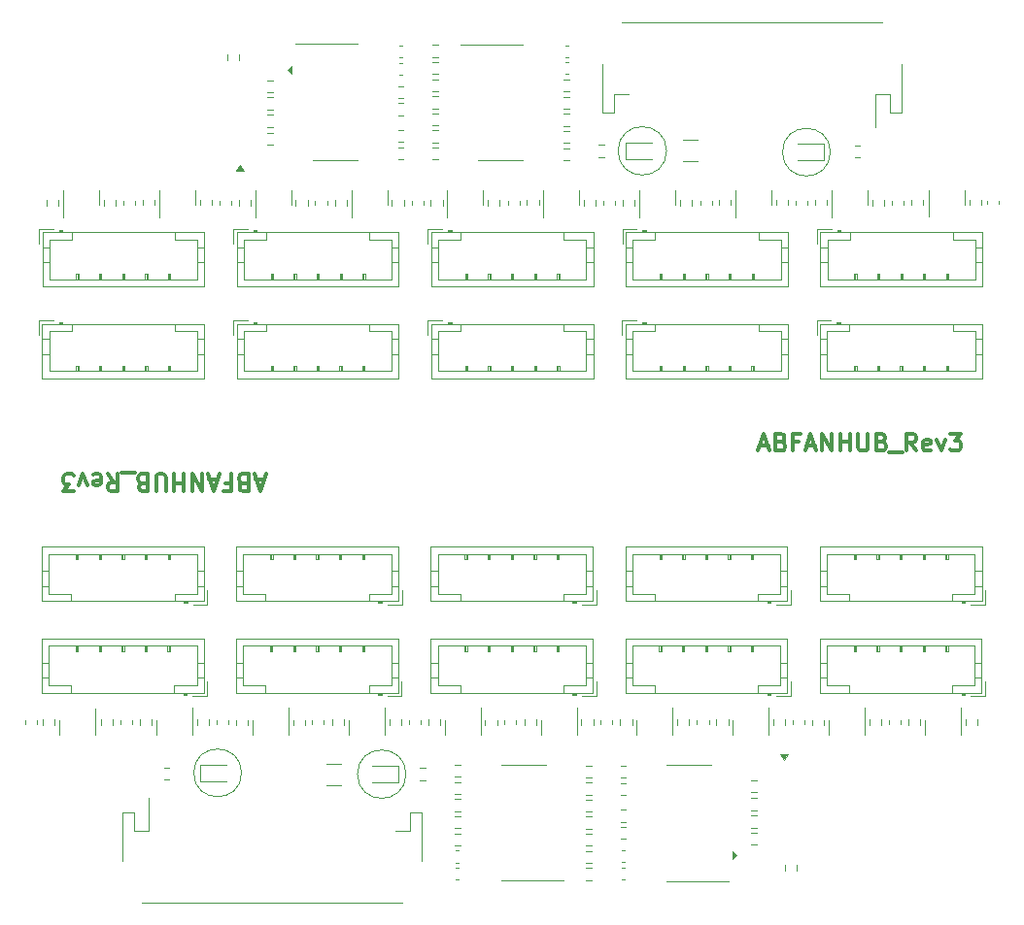
<source format=gto>
%TF.GenerationSoftware,KiCad,Pcbnew,(6.0.0-rc1-392-g84e0feeee6)*%
%TF.CreationDate,2022-07-25T10:34:59+07:00*%
%TF.ProjectId,Ambino Fan HUB CH552G_Panellize,416d6269-6e6f-4204-9661-6e2048554220,rev?*%
%TF.SameCoordinates,Original*%
%TF.FileFunction,Legend,Top*%
%TF.FilePolarity,Positive*%
%FSLAX46Y46*%
G04 Gerber Fmt 4.6, Leading zero omitted, Abs format (unit mm)*
G04 Created by KiCad (PCBNEW (6.0.0-rc1-392-g84e0feeee6)) date 2022-07-25 10:34:59*
%MOMM*%
%LPD*%
G01*
G04 APERTURE LIST*
%ADD10C,0.120000*%
%ADD11C,0.300000*%
G04 APERTURE END LIST*
D10*
X121596762Y-110556017D02*
G75*
G03*
X121596762Y-110556017I-2085569J0D01*
G01*
X135921975Y-110666017D02*
G75*
G03*
X135921975Y-110666017I-2110782J0D01*
G01*
D11*
X123567193Y-84928017D02*
X122852907Y-84928017D01*
X123710050Y-84499445D02*
X123210050Y-85999445D01*
X122710050Y-84499445D01*
X121710050Y-85285159D02*
X121495764Y-85213731D01*
X121424335Y-85142302D01*
X121352907Y-84999445D01*
X121352907Y-84785159D01*
X121424335Y-84642302D01*
X121495764Y-84570874D01*
X121638621Y-84499445D01*
X122210050Y-84499445D01*
X122210050Y-85999445D01*
X121710050Y-85999445D01*
X121567193Y-85928017D01*
X121495764Y-85856588D01*
X121424335Y-85713731D01*
X121424335Y-85570874D01*
X121495764Y-85428017D01*
X121567193Y-85356588D01*
X121710050Y-85285159D01*
X122210050Y-85285159D01*
X120210050Y-85285159D02*
X120710050Y-85285159D01*
X120710050Y-84499445D02*
X120710050Y-85999445D01*
X119995764Y-85999445D01*
X119495764Y-84928017D02*
X118781478Y-84928017D01*
X119638621Y-84499445D02*
X119138621Y-85999445D01*
X118638621Y-84499445D01*
X118138621Y-84499445D02*
X118138621Y-85999445D01*
X117281478Y-84499445D01*
X117281478Y-85999445D01*
X116567193Y-84499445D02*
X116567193Y-85999445D01*
X116567193Y-85285159D02*
X115710050Y-85285159D01*
X115710050Y-84499445D02*
X115710050Y-85999445D01*
X114995764Y-85999445D02*
X114995764Y-84785159D01*
X114924335Y-84642302D01*
X114852907Y-84570874D01*
X114710050Y-84499445D01*
X114424335Y-84499445D01*
X114281478Y-84570874D01*
X114210050Y-84642302D01*
X114138621Y-84785159D01*
X114138621Y-85999445D01*
X112924335Y-85285159D02*
X112710050Y-85213731D01*
X112638621Y-85142302D01*
X112567193Y-84999445D01*
X112567193Y-84785159D01*
X112638621Y-84642302D01*
X112710050Y-84570874D01*
X112852907Y-84499445D01*
X113424335Y-84499445D01*
X113424335Y-85999445D01*
X112924335Y-85999445D01*
X112781478Y-85928017D01*
X112710050Y-85856588D01*
X112638621Y-85713731D01*
X112638621Y-85570874D01*
X112710050Y-85428017D01*
X112781478Y-85356588D01*
X112924335Y-85285159D01*
X113424335Y-85285159D01*
X112281478Y-84356588D02*
X111138621Y-84356588D01*
X109924335Y-84499445D02*
X110424335Y-85213731D01*
X110781478Y-84499445D02*
X110781478Y-85999445D01*
X110210050Y-85999445D01*
X110067193Y-85928017D01*
X109995764Y-85856588D01*
X109924335Y-85713731D01*
X109924335Y-85499445D01*
X109995764Y-85356588D01*
X110067193Y-85285159D01*
X110210050Y-85213731D01*
X110781478Y-85213731D01*
X108710050Y-84570874D02*
X108852907Y-84499445D01*
X109138621Y-84499445D01*
X109281478Y-84570874D01*
X109352907Y-84713731D01*
X109352907Y-85285159D01*
X109281478Y-85428017D01*
X109138621Y-85499445D01*
X108852907Y-85499445D01*
X108710050Y-85428017D01*
X108638621Y-85285159D01*
X108638621Y-85142302D01*
X109352907Y-84999445D01*
X108138621Y-85499445D02*
X107781478Y-84499445D01*
X107424335Y-85499445D01*
X106995764Y-85999445D02*
X106067193Y-85999445D01*
X106567193Y-85428017D01*
X106352907Y-85428017D01*
X106210050Y-85356588D01*
X106138621Y-85285159D01*
X106067193Y-85142302D01*
X106067193Y-84785159D01*
X106138621Y-84642302D01*
X106210050Y-84570874D01*
X106352907Y-84499445D01*
X106781478Y-84499445D01*
X106924335Y-84570874D01*
X106995764Y-84642302D01*
D10*
X158630782Y-56300000D02*
G75*
G03*
X158630782Y-56300000I-2110782J0D01*
G01*
X172905569Y-56410000D02*
G75*
G03*
X172905569Y-56410000I-2085569J0D01*
G01*
D11*
X166764000Y-82038000D02*
X167478285Y-82038000D01*
X166621142Y-82466571D02*
X167121142Y-80966571D01*
X167621142Y-82466571D01*
X168621142Y-81680857D02*
X168835428Y-81752285D01*
X168906857Y-81823714D01*
X168978285Y-81966571D01*
X168978285Y-82180857D01*
X168906857Y-82323714D01*
X168835428Y-82395142D01*
X168692571Y-82466571D01*
X168121142Y-82466571D01*
X168121142Y-80966571D01*
X168621142Y-80966571D01*
X168764000Y-81038000D01*
X168835428Y-81109428D01*
X168906857Y-81252285D01*
X168906857Y-81395142D01*
X168835428Y-81538000D01*
X168764000Y-81609428D01*
X168621142Y-81680857D01*
X168121142Y-81680857D01*
X170121142Y-81680857D02*
X169621142Y-81680857D01*
X169621142Y-82466571D02*
X169621142Y-80966571D01*
X170335428Y-80966571D01*
X170835428Y-82038000D02*
X171549714Y-82038000D01*
X170692571Y-82466571D02*
X171192571Y-80966571D01*
X171692571Y-82466571D01*
X172192571Y-82466571D02*
X172192571Y-80966571D01*
X173049714Y-82466571D01*
X173049714Y-80966571D01*
X173764000Y-82466571D02*
X173764000Y-80966571D01*
X173764000Y-81680857D02*
X174621142Y-81680857D01*
X174621142Y-82466571D02*
X174621142Y-80966571D01*
X175335428Y-80966571D02*
X175335428Y-82180857D01*
X175406857Y-82323714D01*
X175478285Y-82395142D01*
X175621142Y-82466571D01*
X175906857Y-82466571D01*
X176049714Y-82395142D01*
X176121142Y-82323714D01*
X176192571Y-82180857D01*
X176192571Y-80966571D01*
X177406857Y-81680857D02*
X177621142Y-81752285D01*
X177692571Y-81823714D01*
X177764000Y-81966571D01*
X177764000Y-82180857D01*
X177692571Y-82323714D01*
X177621142Y-82395142D01*
X177478285Y-82466571D01*
X176906857Y-82466571D01*
X176906857Y-80966571D01*
X177406857Y-80966571D01*
X177549714Y-81038000D01*
X177621142Y-81109428D01*
X177692571Y-81252285D01*
X177692571Y-81395142D01*
X177621142Y-81538000D01*
X177549714Y-81609428D01*
X177406857Y-81680857D01*
X176906857Y-81680857D01*
X178049714Y-82609428D02*
X179192571Y-82609428D01*
X180406857Y-82466571D02*
X179906857Y-81752285D01*
X179549714Y-82466571D02*
X179549714Y-80966571D01*
X180121142Y-80966571D01*
X180264000Y-81038000D01*
X180335428Y-81109428D01*
X180406857Y-81252285D01*
X180406857Y-81466571D01*
X180335428Y-81609428D01*
X180264000Y-81680857D01*
X180121142Y-81752285D01*
X179549714Y-81752285D01*
X181621142Y-82395142D02*
X181478285Y-82466571D01*
X181192571Y-82466571D01*
X181049714Y-82395142D01*
X180978285Y-82252285D01*
X180978285Y-81680857D01*
X181049714Y-81538000D01*
X181192571Y-81466571D01*
X181478285Y-81466571D01*
X181621142Y-81538000D01*
X181692571Y-81680857D01*
X181692571Y-81823714D01*
X180978285Y-81966571D01*
X182192571Y-81466571D02*
X182549714Y-82466571D01*
X182906857Y-81466571D01*
X183335428Y-80966571D02*
X184264000Y-80966571D01*
X183764000Y-81538000D01*
X183978285Y-81538000D01*
X184121142Y-81609428D01*
X184192571Y-81680857D01*
X184264000Y-81823714D01*
X184264000Y-82180857D01*
X184192571Y-82323714D01*
X184121142Y-82395142D01*
X183978285Y-82466571D01*
X183549714Y-82466571D01*
X183406857Y-82395142D01*
X183335428Y-82323714D01*
D10*
%TO.C,R12*%
X122173700Y-105928759D02*
X122173700Y-106403275D01*
X121128700Y-105928759D02*
X121128700Y-106403275D01*
%TO.C,R40*%
X154623935Y-110968517D02*
X155098451Y-110968517D01*
X154623935Y-109923517D02*
X155098451Y-109923517D01*
%TO.C,Q9*%
X150806197Y-106576017D02*
X150806197Y-107226017D01*
X147686197Y-106576017D02*
X147686197Y-107226017D01*
X147686197Y-106576017D02*
X147686197Y-105926017D01*
X150806197Y-106576017D02*
X150806197Y-104901017D01*
%TO.C,R5*%
X176318694Y-106393275D02*
X176318694Y-105918759D01*
X177363694Y-106393275D02*
X177363694Y-105918759D01*
%TO.C,Q3*%
X172791194Y-106576017D02*
X172791194Y-107226017D01*
X172791194Y-106576017D02*
X172791194Y-105926017D01*
X175911194Y-106576017D02*
X175911194Y-104901017D01*
X175911194Y-106576017D02*
X175911194Y-107226017D01*
%TO.C,R26*%
X169973693Y-118578759D02*
X169973693Y-119053275D01*
X168928693Y-118578759D02*
X168928693Y-119053275D01*
%TO.C,R7*%
X171328694Y-105928759D02*
X171328694Y-106403275D01*
X172373694Y-105928759D02*
X172373694Y-106403275D01*
%TO.C,R14*%
X118768701Y-105918759D02*
X118768701Y-106393275D01*
X117723701Y-105918759D02*
X117723701Y-106393275D01*
%TO.C,R39*%
X166033935Y-115793517D02*
X166508451Y-115793517D01*
X166033935Y-116838517D02*
X166508451Y-116838517D01*
%TO.C,R21*%
X154623935Y-116308517D02*
X155098451Y-116308517D01*
X154623935Y-115263517D02*
X155098451Y-115263517D01*
%TO.C,R24*%
X140168935Y-114346018D02*
X140643451Y-114346018D01*
X140168935Y-115391018D02*
X140643451Y-115391018D01*
%TO.C,R22*%
X154613935Y-114818517D02*
X155088451Y-114818517D01*
X154613935Y-113773517D02*
X155088451Y-113773517D01*
%TO.C,R25*%
X166488451Y-115332517D02*
X166013935Y-115332517D01*
X166488451Y-114287517D02*
X166013935Y-114287517D01*
%TO.C,R20*%
X105283693Y-105918759D02*
X105283693Y-106393275D01*
X104238693Y-105918759D02*
X104238693Y-106393275D01*
%TO.C,Q1*%
X184271193Y-106576017D02*
X184271193Y-107226017D01*
X181151193Y-106576017D02*
X181151193Y-105926017D01*
X181151193Y-106576017D02*
X181151193Y-107226017D01*
X184271193Y-106576017D02*
X184271193Y-104901017D01*
%TO.C,R16*%
X112743701Y-105898759D02*
X112743701Y-106373275D01*
X113788701Y-105898759D02*
X113788701Y-106373275D01*
%TO.C,R8*%
X130523699Y-105913759D02*
X130523699Y-106388275D01*
X129478699Y-105913759D02*
X129478699Y-106388275D01*
%TO.C,R3*%
X179678693Y-105888759D02*
X179678693Y-106363275D01*
X180723693Y-105888759D02*
X180723693Y-106363275D01*
%TO.C,R17*%
X152238697Y-105908759D02*
X152238697Y-106383275D01*
X151193697Y-105908759D02*
X151193697Y-106383275D01*
%TO.C,R23*%
X140168935Y-116886851D02*
X140643451Y-116886851D01*
X140168935Y-115841851D02*
X140643451Y-115841851D01*
%TO.C,R11*%
X164018695Y-105906259D02*
X164018695Y-106380775D01*
X162973695Y-105906259D02*
X162973695Y-106380775D01*
%TO.C,R19*%
X146233697Y-105898759D02*
X146233697Y-106373275D01*
X147278697Y-105898759D02*
X147278697Y-106373275D01*
%TO.C,R1*%
X184708693Y-106383275D02*
X184708693Y-105908759D01*
X185753693Y-106383275D02*
X185753693Y-105908759D01*
%TO.C,R41*%
X154633935Y-112498517D02*
X155108451Y-112498517D01*
X154633935Y-111453517D02*
X155108451Y-111453517D01*
%TO.C,Q5*%
X167546195Y-106576017D02*
X167546195Y-104901017D01*
X164426195Y-106576017D02*
X164426195Y-107226017D01*
X167546195Y-106576017D02*
X167546195Y-107226017D01*
X164426195Y-106576017D02*
X164426195Y-105926017D01*
%TO.C,R10*%
X126078700Y-105928759D02*
X126078700Y-106403275D01*
X127123700Y-105928759D02*
X127123700Y-106403275D01*
%TO.C,R13*%
X159568696Y-105908759D02*
X159568696Y-106383275D01*
X160613696Y-105908759D02*
X160613696Y-106383275D01*
%TO.C,R4*%
X138903698Y-105908759D02*
X138903698Y-106383275D01*
X137858698Y-105908759D02*
X137858698Y-106383275D01*
%TO.C,U3*%
X146161193Y-109846017D02*
X144211193Y-109846017D01*
X146161193Y-109846017D02*
X148111193Y-109846017D01*
X146161193Y-119966017D02*
X149661193Y-119966017D01*
X146161193Y-119966017D02*
X144211193Y-119966017D01*
%TO.C,Q7*%
X159161196Y-106576017D02*
X159161196Y-107226017D01*
X156041196Y-106576017D02*
X156041196Y-105926017D01*
X159161196Y-106576017D02*
X159161196Y-104901017D01*
X156041196Y-106576017D02*
X156041196Y-107226017D01*
%TO.C,U1*%
X164711193Y-117716017D02*
X164351193Y-118046017D01*
X164351193Y-118046017D02*
X164351193Y-117396017D01*
X164351193Y-117396017D02*
X164711193Y-117716017D01*
G36*
X164711193Y-117716017D02*
G01*
X164351193Y-118046017D01*
X164351193Y-117396017D01*
X164711193Y-117716017D01*
G37*
X164711193Y-117716017D02*
X164351193Y-118046017D01*
X164351193Y-117396017D01*
X164711193Y-117716017D01*
%TO.C,R6*%
X134468699Y-105898759D02*
X134468699Y-106373275D01*
X135513699Y-105898759D02*
X135513699Y-106373275D01*
%TO.C,Q6*%
X122561200Y-106576017D02*
X122561200Y-107226017D01*
X125681200Y-106576017D02*
X125681200Y-107226017D01*
X122561200Y-106576017D02*
X122561200Y-105926017D01*
X125681200Y-106576017D02*
X125681200Y-104901017D01*
%TO.C,Q8*%
X114186201Y-106576017D02*
X114186201Y-105926017D01*
X117306201Y-106576017D02*
X117306201Y-107226017D01*
X117306201Y-106576017D02*
X117306201Y-104901017D01*
X114186201Y-106576017D02*
X114186201Y-107226017D01*
%TO.C,C2*%
X155011773Y-118846017D02*
X154730613Y-118846017D01*
X155011773Y-119866017D02*
X154730613Y-119866017D01*
%TO.C,R18*%
X109338702Y-105918759D02*
X109338702Y-106393275D01*
X110383702Y-105918759D02*
X110383702Y-106393275D01*
%TO.C,Q10*%
X108851193Y-106586017D02*
X108851193Y-104911017D01*
X108851193Y-106586017D02*
X108851193Y-107236017D01*
X105731193Y-106586017D02*
X105731193Y-107236017D01*
X105731193Y-106586017D02*
X105731193Y-105936017D01*
%TO.C,C4*%
X140546773Y-118370184D02*
X140265613Y-118370184D01*
X140546773Y-117350184D02*
X140265613Y-117350184D01*
%TO.C,U2*%
X160541193Y-109876017D02*
X162491193Y-109876017D01*
X160541193Y-119996017D02*
X164041193Y-119996017D01*
X160541193Y-109876017D02*
X158591193Y-109876017D01*
X160541193Y-119996017D02*
X158591193Y-119996017D01*
%TO.C,R15*%
X155643696Y-105898759D02*
X155643696Y-106373275D01*
X154598696Y-105898759D02*
X154598696Y-106373275D01*
%TO.C,R2*%
X142828698Y-105948759D02*
X142828698Y-106423275D01*
X143873698Y-105948759D02*
X143873698Y-106423275D01*
%TO.C,R9*%
X167933695Y-105906259D02*
X167933695Y-106380775D01*
X168978695Y-105906259D02*
X168978695Y-106380775D01*
%TO.C,R27*%
X166488451Y-112268517D02*
X166013935Y-112268517D01*
X166488451Y-111223517D02*
X166013935Y-111223517D01*
%TO.C,R35*%
X151613935Y-119898517D02*
X152088451Y-119898517D01*
X151613935Y-118853517D02*
X152088451Y-118853517D01*
%TO.C,F8*%
X162311193Y-105963238D02*
X162311193Y-106288796D01*
X161291193Y-105963238D02*
X161291193Y-106288796D01*
%TO.C,R43*%
X137153935Y-110133517D02*
X137628451Y-110133517D01*
X137153935Y-111178517D02*
X137628451Y-111178517D01*
%TO.C,R29*%
X140643451Y-112850185D02*
X140168935Y-112850185D01*
X140643451Y-113895185D02*
X140168935Y-113895185D01*
%TO.C,F6*%
X170621193Y-105963238D02*
X170621193Y-106288796D01*
X169601193Y-105963238D02*
X169601193Y-106288796D01*
%TO.C,R33*%
X151613935Y-109913517D02*
X152088451Y-109913517D01*
X151613935Y-110958517D02*
X152088451Y-110958517D01*
%TO.C,D2*%
X133011193Y-111411017D02*
X135296193Y-111411017D01*
X135296193Y-111411017D02*
X135296193Y-109941017D01*
X135296193Y-109941017D02*
X133011193Y-109941017D01*
%TO.C,R31*%
X151613935Y-118408517D02*
X152088451Y-118408517D01*
X151613935Y-117363517D02*
X152088451Y-117363517D01*
%TO.C,D1*%
X118006193Y-111331017D02*
X120291193Y-111331017D01*
X118006193Y-109861017D02*
X118006193Y-111331017D01*
X120291193Y-109861017D02*
X118006193Y-109861017D01*
%TO.C,R37*%
X151613935Y-111403517D02*
X152088451Y-111403517D01*
X151613935Y-112448517D02*
X152088451Y-112448517D01*
%TO.C,F2*%
X103751193Y-106003238D02*
X103751193Y-106328796D01*
X102731193Y-106003238D02*
X102731193Y-106328796D01*
%TO.C,Q4*%
X134051199Y-106576017D02*
X134051199Y-107226017D01*
X130931199Y-106576017D02*
X130931199Y-107226017D01*
X130931199Y-106576017D02*
X130931199Y-105926017D01*
X134051199Y-106576017D02*
X134051199Y-104901017D01*
%TO.C,R38*%
X151613935Y-113938517D02*
X152088451Y-113938517D01*
X151613935Y-112893517D02*
X152088451Y-112893517D01*
%TO.C,Q2*%
X142431198Y-106576017D02*
X142431198Y-107226017D01*
X139311198Y-106576017D02*
X139311198Y-105926017D01*
X139311198Y-106576017D02*
X139311198Y-107226017D01*
X142431198Y-106576017D02*
X142431198Y-104901017D01*
%TO.C,R34*%
X151613935Y-114383517D02*
X152088451Y-114383517D01*
X151613935Y-115428517D02*
X152088451Y-115428517D01*
%TO.C,F11*%
X111051193Y-105973238D02*
X111051193Y-106298796D01*
X112071193Y-105973238D02*
X112071193Y-106298796D01*
%TO.C,F7*%
X177991193Y-105953238D02*
X177991193Y-106278796D01*
X179011193Y-105953238D02*
X179011193Y-106278796D01*
%TO.C,R32*%
X140643451Y-111354352D02*
X140168935Y-111354352D01*
X140643451Y-112399352D02*
X140168935Y-112399352D01*
%TO.C,R36*%
X140643451Y-110903519D02*
X140168935Y-110903519D01*
X140643451Y-109858519D02*
X140168935Y-109858519D01*
%TO.C,R42*%
X115303451Y-110073517D02*
X114828935Y-110073517D01*
X115303451Y-111118517D02*
X114828935Y-111118517D01*
%TO.C,R30*%
X151613935Y-115873517D02*
X152088451Y-115873517D01*
X151613935Y-116918517D02*
X152088451Y-116918517D01*
%TO.C,C1*%
X140546773Y-119866017D02*
X140265613Y-119866017D01*
X140546773Y-118846017D02*
X140265613Y-118846017D01*
%TO.C,Q11*%
X168868614Y-109413973D02*
X168542488Y-108953973D01*
X168542488Y-108953973D02*
X169192488Y-108953973D01*
X169192488Y-108953973D02*
X168868614Y-109413973D01*
G36*
X168868614Y-109413973D02*
G01*
X168542488Y-108953973D01*
X169192488Y-108953973D01*
X168868614Y-109413973D01*
G37*
X168868614Y-109413973D02*
X168542488Y-108953973D01*
X169192488Y-108953973D01*
X168868614Y-109413973D01*
%TO.C,C3*%
X155011773Y-117336017D02*
X154730613Y-117336017D01*
X155011773Y-118356017D02*
X154730613Y-118356017D01*
%TO.C,F1*%
X129029129Y-111626017D02*
X130233257Y-111626017D01*
X129029129Y-109806017D02*
X130233257Y-109806017D01*
%TO.C,J6*%
X177151193Y-91946017D02*
X176951193Y-91946017D01*
X185161193Y-95856017D02*
X186411193Y-95856017D01*
X181051193Y-91446017D02*
X181051193Y-91946017D01*
X183551193Y-94946017D02*
X185501193Y-94946017D01*
X186111193Y-95556017D02*
X186111193Y-90836017D01*
X184351193Y-95556017D02*
X184351193Y-95756017D01*
X179051193Y-91446017D02*
X179051193Y-91946017D01*
X180951193Y-91946017D02*
X180951193Y-91446017D01*
X179151193Y-91946017D02*
X178951193Y-91946017D01*
X186111193Y-94246017D02*
X185501193Y-94246017D01*
X172601193Y-94946017D02*
X174551193Y-94946017D01*
X183051193Y-91446017D02*
X183051193Y-91946017D01*
X174551193Y-94946017D02*
X174551193Y-95556017D01*
X177151193Y-91446017D02*
X177151193Y-91946017D01*
X186111193Y-92946017D02*
X185501193Y-92946017D01*
X185501193Y-91446017D02*
X172601193Y-91446017D01*
X171991193Y-95556017D02*
X186111193Y-95556017D01*
X175051193Y-91446017D02*
X175051193Y-91946017D01*
X175151193Y-91946017D02*
X174951193Y-91946017D01*
X179151193Y-91446017D02*
X179151193Y-91946017D01*
X178951193Y-91946017D02*
X178951193Y-91446017D01*
X171991193Y-90836017D02*
X171991193Y-95556017D01*
X171991193Y-92946017D02*
X172601193Y-92946017D01*
X171991193Y-94246017D02*
X172601193Y-94246017D01*
X182951193Y-91946017D02*
X182951193Y-91446017D01*
X185501193Y-94946017D02*
X185501193Y-91446017D01*
X175151193Y-91446017D02*
X175151193Y-91946017D01*
X172601193Y-91446017D02*
X172601193Y-94946017D01*
X186111193Y-90836017D02*
X171991193Y-90836017D01*
X186411193Y-95856017D02*
X186411193Y-94606017D01*
X184351193Y-95656017D02*
X184651193Y-95656017D01*
X184651193Y-95756017D02*
X184651193Y-95556017D01*
X177051193Y-91446017D02*
X177051193Y-91946017D01*
X176951193Y-91946017D02*
X176951193Y-91446017D01*
X183151193Y-91946017D02*
X182951193Y-91946017D01*
X181151193Y-91446017D02*
X181151193Y-91946017D01*
X183551193Y-95556017D02*
X183551193Y-94946017D01*
X174951193Y-91946017D02*
X174951193Y-91446017D01*
X181151193Y-91946017D02*
X180951193Y-91946017D01*
X184351193Y-95756017D02*
X184651193Y-95756017D01*
X183151193Y-91446017D02*
X183151193Y-91946017D01*
%TO.C,J11*%
X109341193Y-99946017D02*
X109141193Y-99946017D01*
X104181193Y-102246017D02*
X104791193Y-102246017D01*
X104791193Y-102946017D02*
X106741193Y-102946017D01*
X104181193Y-100946017D02*
X104791193Y-100946017D01*
X115741193Y-103556017D02*
X115741193Y-102946017D01*
X118601193Y-103856017D02*
X118601193Y-102606017D01*
X113141193Y-99946017D02*
X113141193Y-99446017D01*
X111241193Y-99446017D02*
X111241193Y-99946017D01*
X118301193Y-98836017D02*
X104181193Y-98836017D01*
X109341193Y-99446017D02*
X109341193Y-99946017D01*
X118301193Y-100946017D02*
X117691193Y-100946017D01*
X109141193Y-99946017D02*
X109141193Y-99446017D01*
X115341193Y-99946017D02*
X115141193Y-99946017D01*
X115741193Y-102946017D02*
X117691193Y-102946017D01*
X104791193Y-99446017D02*
X104791193Y-102946017D01*
X113341193Y-99946017D02*
X113141193Y-99946017D01*
X107241193Y-99446017D02*
X107241193Y-99946017D01*
X111341193Y-99446017D02*
X111341193Y-99946017D01*
X115141193Y-99946017D02*
X115141193Y-99446017D01*
X111141193Y-99946017D02*
X111141193Y-99446017D01*
X107341193Y-99446017D02*
X107341193Y-99946017D01*
X115241193Y-99446017D02*
X115241193Y-99946017D01*
X107141193Y-99946017D02*
X107141193Y-99446017D01*
X117691193Y-99446017D02*
X104791193Y-99446017D01*
X115341193Y-99446017D02*
X115341193Y-99946017D01*
X117351193Y-103856017D02*
X118601193Y-103856017D01*
X116541193Y-103556017D02*
X116541193Y-103756017D01*
X104181193Y-103556017D02*
X118301193Y-103556017D01*
X117691193Y-102946017D02*
X117691193Y-99446017D01*
X106741193Y-102946017D02*
X106741193Y-103556017D01*
X111341193Y-99946017D02*
X111141193Y-99946017D01*
X109241193Y-99446017D02*
X109241193Y-99946017D01*
X116841193Y-103756017D02*
X116841193Y-103556017D01*
X118301193Y-103556017D02*
X118301193Y-98836017D01*
X116541193Y-103756017D02*
X116841193Y-103756017D01*
X113341193Y-99446017D02*
X113341193Y-99946017D01*
X118301193Y-102246017D02*
X117691193Y-102246017D01*
X116541193Y-103656017D02*
X116841193Y-103656017D01*
X113241193Y-99446017D02*
X113241193Y-99946017D01*
X107341193Y-99946017D02*
X107141193Y-99946017D01*
X104181193Y-98836017D02*
X104181193Y-103556017D01*
%TO.C,J10*%
X121741193Y-102946017D02*
X123691193Y-102946017D01*
X132191193Y-99446017D02*
X132191193Y-99946017D01*
X121741193Y-99446017D02*
X121741193Y-102946017D01*
X128291193Y-99446017D02*
X128291193Y-99946017D01*
X128091193Y-99946017D02*
X128091193Y-99446017D01*
X130291193Y-99946017D02*
X130091193Y-99946017D01*
X121131193Y-100946017D02*
X121741193Y-100946017D01*
X121131193Y-103556017D02*
X135251193Y-103556017D01*
X130191193Y-99446017D02*
X130191193Y-99946017D01*
X130091193Y-99946017D02*
X130091193Y-99446017D01*
X126291193Y-99946017D02*
X126091193Y-99946017D01*
X121131193Y-98836017D02*
X121131193Y-103556017D01*
X133491193Y-103756017D02*
X133791193Y-103756017D01*
X133791193Y-103756017D02*
X133791193Y-103556017D01*
X133491193Y-103556017D02*
X133491193Y-103756017D01*
X134301193Y-103856017D02*
X135551193Y-103856017D01*
X126191193Y-99446017D02*
X126191193Y-99946017D01*
X121131193Y-102246017D02*
X121741193Y-102246017D01*
X134641193Y-102946017D02*
X134641193Y-99446017D01*
X135251193Y-103556017D02*
X135251193Y-98836017D01*
X133491193Y-103656017D02*
X133791193Y-103656017D01*
X126091193Y-99946017D02*
X126091193Y-99446017D01*
X128191193Y-99446017D02*
X128191193Y-99946017D01*
X126291193Y-99446017D02*
X126291193Y-99946017D01*
X132291193Y-99946017D02*
X132091193Y-99946017D01*
X135551193Y-103856017D02*
X135551193Y-102606017D01*
X124291193Y-99446017D02*
X124291193Y-99946017D01*
X132691193Y-102946017D02*
X134641193Y-102946017D01*
X132091193Y-99946017D02*
X132091193Y-99446017D01*
X132291193Y-99446017D02*
X132291193Y-99946017D01*
X135251193Y-98836017D02*
X121131193Y-98836017D01*
X124291193Y-99946017D02*
X124091193Y-99946017D01*
X134641193Y-99446017D02*
X121741193Y-99446017D01*
X135251193Y-102246017D02*
X134641193Y-102246017D01*
X124191193Y-99446017D02*
X124191193Y-99946017D01*
X124091193Y-99946017D02*
X124091193Y-99446017D01*
X132691193Y-103556017D02*
X132691193Y-102946017D01*
X135251193Y-100946017D02*
X134641193Y-100946017D01*
X128291193Y-99946017D02*
X128091193Y-99946017D01*
X123691193Y-102946017D02*
X123691193Y-103556017D01*
X130291193Y-99446017D02*
X130291193Y-99946017D01*
%TO.C,J9*%
X151591193Y-102946017D02*
X151591193Y-99446017D01*
X150441193Y-103756017D02*
X150741193Y-103756017D01*
X149241193Y-99946017D02*
X149041193Y-99946017D01*
X147041193Y-99946017D02*
X147041193Y-99446017D01*
X145241193Y-99446017D02*
X145241193Y-99946017D01*
X138081193Y-100946017D02*
X138691193Y-100946017D01*
X150741193Y-103756017D02*
X150741193Y-103556017D01*
X138081193Y-103556017D02*
X152201193Y-103556017D01*
X145141193Y-99446017D02*
X145141193Y-99946017D01*
X152501193Y-103856017D02*
X152501193Y-102606017D01*
X152201193Y-98836017D02*
X138081193Y-98836017D01*
X138081193Y-98836017D02*
X138081193Y-103556017D01*
X145241193Y-99946017D02*
X145041193Y-99946017D01*
X152201193Y-103556017D02*
X152201193Y-98836017D01*
X141241193Y-99946017D02*
X141041193Y-99946017D01*
X138691193Y-99446017D02*
X138691193Y-102946017D01*
X147141193Y-99446017D02*
X147141193Y-99946017D01*
X149141193Y-99446017D02*
X149141193Y-99946017D01*
X143241193Y-99446017D02*
X143241193Y-99946017D01*
X141141193Y-99446017D02*
X141141193Y-99946017D01*
X150441193Y-103556017D02*
X150441193Y-103756017D01*
X151591193Y-99446017D02*
X138691193Y-99446017D01*
X143241193Y-99946017D02*
X143041193Y-99946017D01*
X150441193Y-103656017D02*
X150741193Y-103656017D01*
X147241193Y-99946017D02*
X147041193Y-99946017D01*
X141041193Y-99946017D02*
X141041193Y-99446017D01*
X143141193Y-99446017D02*
X143141193Y-99946017D01*
X141241193Y-99446017D02*
X141241193Y-99946017D01*
X143041193Y-99946017D02*
X143041193Y-99446017D01*
X152201193Y-100946017D02*
X151591193Y-100946017D01*
X152201193Y-102246017D02*
X151591193Y-102246017D01*
X149641193Y-102946017D02*
X151591193Y-102946017D01*
X149041193Y-99946017D02*
X149041193Y-99446017D01*
X151251193Y-103856017D02*
X152501193Y-103856017D01*
X147241193Y-99446017D02*
X147241193Y-99946017D01*
X145041193Y-99946017D02*
X145041193Y-99446017D01*
X138081193Y-102246017D02*
X138691193Y-102246017D01*
X149641193Y-103556017D02*
X149641193Y-102946017D01*
X149241193Y-99446017D02*
X149241193Y-99946017D01*
X140641193Y-102946017D02*
X140641193Y-103556017D01*
X138691193Y-102946017D02*
X140641193Y-102946017D01*
%TO.C,J8*%
X155031193Y-102246017D02*
X155641193Y-102246017D01*
X158191193Y-99446017D02*
X158191193Y-99946017D01*
X160191193Y-99446017D02*
X160191193Y-99946017D01*
X164191193Y-99946017D02*
X163991193Y-99946017D01*
X169151193Y-100946017D02*
X168541193Y-100946017D01*
X167691193Y-103756017D02*
X167691193Y-103556017D01*
X155031193Y-100946017D02*
X155641193Y-100946017D01*
X166591193Y-103556017D02*
X166591193Y-102946017D01*
X158191193Y-99946017D02*
X157991193Y-99946017D01*
X157591193Y-102946017D02*
X157591193Y-103556017D01*
X162191193Y-99946017D02*
X161991193Y-99946017D01*
X162091193Y-99446017D02*
X162091193Y-99946017D01*
X155031193Y-103556017D02*
X169151193Y-103556017D01*
X161991193Y-99946017D02*
X161991193Y-99446017D01*
X169151193Y-102246017D02*
X168541193Y-102246017D01*
X160091193Y-99446017D02*
X160091193Y-99946017D01*
X162191193Y-99446017D02*
X162191193Y-99946017D01*
X160191193Y-99946017D02*
X159991193Y-99946017D01*
X165991193Y-99946017D02*
X165991193Y-99446017D01*
X168541193Y-99446017D02*
X155641193Y-99446017D01*
X167391193Y-103656017D02*
X167691193Y-103656017D01*
X155641193Y-99446017D02*
X155641193Y-102946017D01*
X163991193Y-99946017D02*
X163991193Y-99446017D01*
X168201193Y-103856017D02*
X169451193Y-103856017D01*
X158091193Y-99446017D02*
X158091193Y-99946017D01*
X166091193Y-99446017D02*
X166091193Y-99946017D01*
X168541193Y-102946017D02*
X168541193Y-99446017D01*
X164191193Y-99446017D02*
X164191193Y-99946017D01*
X157991193Y-99946017D02*
X157991193Y-99446017D01*
X166191193Y-99446017D02*
X166191193Y-99946017D01*
X155031193Y-98836017D02*
X155031193Y-103556017D01*
X166591193Y-102946017D02*
X168541193Y-102946017D01*
X167391193Y-103556017D02*
X167391193Y-103756017D01*
X169151193Y-103556017D02*
X169151193Y-98836017D01*
X164091193Y-99446017D02*
X164091193Y-99946017D01*
X159991193Y-99946017D02*
X159991193Y-99446017D01*
X169151193Y-98836017D02*
X155031193Y-98836017D01*
X155641193Y-102946017D02*
X157591193Y-102946017D01*
X167391193Y-103756017D02*
X167691193Y-103756017D01*
X166191193Y-99946017D02*
X165991193Y-99946017D01*
X169451193Y-103856017D02*
X169451193Y-102606017D01*
%TO.C,J7*%
X175141193Y-99446017D02*
X175141193Y-99946017D01*
X183141193Y-99946017D02*
X182941193Y-99946017D01*
X172591193Y-102946017D02*
X174541193Y-102946017D01*
X177141193Y-99946017D02*
X176941193Y-99946017D01*
X179141193Y-99946017D02*
X178941193Y-99946017D01*
X177041193Y-99446017D02*
X177041193Y-99946017D01*
X176941193Y-99946017D02*
X176941193Y-99446017D01*
X179041193Y-99446017D02*
X179041193Y-99946017D01*
X183541193Y-102946017D02*
X185491193Y-102946017D01*
X181141193Y-99446017D02*
X181141193Y-99946017D01*
X184641193Y-103756017D02*
X184641193Y-103556017D01*
X186101193Y-98836017D02*
X171981193Y-98836017D01*
X184341193Y-103656017D02*
X184641193Y-103656017D01*
X172591193Y-99446017D02*
X172591193Y-102946017D01*
X185491193Y-102946017D02*
X185491193Y-99446017D01*
X179141193Y-99446017D02*
X179141193Y-99946017D01*
X184341193Y-103756017D02*
X184641193Y-103756017D01*
X180941193Y-99946017D02*
X180941193Y-99446017D01*
X185491193Y-99446017D02*
X172591193Y-99446017D01*
X178941193Y-99946017D02*
X178941193Y-99446017D01*
X186101193Y-103556017D02*
X186101193Y-98836017D01*
X171981193Y-100946017D02*
X172591193Y-100946017D01*
X186401193Y-103856017D02*
X186401193Y-102606017D01*
X186101193Y-100946017D02*
X185491193Y-100946017D01*
X171981193Y-98836017D02*
X171981193Y-103556017D01*
X174541193Y-102946017D02*
X174541193Y-103556017D01*
X183041193Y-99446017D02*
X183041193Y-99946017D01*
X177141193Y-99446017D02*
X177141193Y-99946017D01*
X186101193Y-102246017D02*
X185491193Y-102246017D01*
X171981193Y-102246017D02*
X172591193Y-102246017D01*
X182941193Y-99946017D02*
X182941193Y-99446017D01*
X183141193Y-99446017D02*
X183141193Y-99946017D01*
X181141193Y-99946017D02*
X180941193Y-99946017D01*
X183541193Y-103556017D02*
X183541193Y-102946017D01*
X175041193Y-99446017D02*
X175041193Y-99946017D01*
X184341193Y-103556017D02*
X184341193Y-103756017D01*
X185151193Y-103856017D02*
X186401193Y-103856017D01*
X181041193Y-99446017D02*
X181041193Y-99946017D01*
X171981193Y-103556017D02*
X186101193Y-103556017D01*
X175141193Y-99946017D02*
X174941193Y-99946017D01*
X174941193Y-99946017D02*
X174941193Y-99446017D01*
%TO.C,J5*%
X167401193Y-95756017D02*
X167701193Y-95756017D01*
X166601193Y-95556017D02*
X166601193Y-94946017D01*
X167401193Y-95656017D02*
X167701193Y-95656017D01*
X160101193Y-91446017D02*
X160101193Y-91946017D01*
X166201193Y-91946017D02*
X166001193Y-91946017D01*
X169161193Y-94246017D02*
X168551193Y-94246017D01*
X158201193Y-91446017D02*
X158201193Y-91946017D01*
X164001193Y-91946017D02*
X164001193Y-91446017D01*
X169461193Y-95856017D02*
X169461193Y-94606017D01*
X155041193Y-95556017D02*
X169161193Y-95556017D01*
X158201193Y-91946017D02*
X158001193Y-91946017D01*
X162101193Y-91446017D02*
X162101193Y-91946017D01*
X169161193Y-92946017D02*
X168551193Y-92946017D01*
X158101193Y-91446017D02*
X158101193Y-91946017D01*
X155041193Y-94246017D02*
X155651193Y-94246017D01*
X168551193Y-94946017D02*
X168551193Y-91446017D01*
X168551193Y-91446017D02*
X155651193Y-91446017D01*
X158001193Y-91946017D02*
X158001193Y-91446017D01*
X164201193Y-91446017D02*
X164201193Y-91946017D01*
X160201193Y-91446017D02*
X160201193Y-91946017D01*
X160201193Y-91946017D02*
X160001193Y-91946017D01*
X168211193Y-95856017D02*
X169461193Y-95856017D01*
X155041193Y-90836017D02*
X155041193Y-95556017D01*
X162001193Y-91946017D02*
X162001193Y-91446017D01*
X166001193Y-91946017D02*
X166001193Y-91446017D01*
X169161193Y-90836017D02*
X155041193Y-90836017D01*
X167401193Y-95556017D02*
X167401193Y-95756017D01*
X164101193Y-91446017D02*
X164101193Y-91946017D01*
X162201193Y-91446017D02*
X162201193Y-91946017D01*
X155651193Y-91446017D02*
X155651193Y-94946017D01*
X155041193Y-92946017D02*
X155651193Y-92946017D01*
X166201193Y-91446017D02*
X166201193Y-91946017D01*
X164201193Y-91946017D02*
X164001193Y-91946017D01*
X166101193Y-91446017D02*
X166101193Y-91946017D01*
X167701193Y-95756017D02*
X167701193Y-95556017D01*
X160001193Y-91946017D02*
X160001193Y-91446017D01*
X157601193Y-94946017D02*
X157601193Y-95556017D01*
X166601193Y-94946017D02*
X168551193Y-94946017D01*
X169161193Y-95556017D02*
X169161193Y-90836017D01*
X155651193Y-94946017D02*
X157601193Y-94946017D01*
X162201193Y-91946017D02*
X162001193Y-91946017D01*
%TO.C,J4*%
X150751193Y-95756017D02*
X150751193Y-95556017D01*
X152211193Y-94246017D02*
X151601193Y-94246017D01*
X152211193Y-92946017D02*
X151601193Y-92946017D01*
X138701193Y-94946017D02*
X140651193Y-94946017D01*
X145251193Y-91446017D02*
X145251193Y-91946017D01*
X141251193Y-91446017D02*
X141251193Y-91946017D01*
X140651193Y-94946017D02*
X140651193Y-95556017D01*
X145251193Y-91946017D02*
X145051193Y-91946017D01*
X147251193Y-91446017D02*
X147251193Y-91946017D01*
X150451193Y-95656017D02*
X150751193Y-95656017D01*
X151261193Y-95856017D02*
X152511193Y-95856017D01*
X147251193Y-91946017D02*
X147051193Y-91946017D01*
X145051193Y-91946017D02*
X145051193Y-91446017D01*
X152211193Y-90836017D02*
X138091193Y-90836017D01*
X149251193Y-91446017D02*
X149251193Y-91946017D01*
X141251193Y-91946017D02*
X141051193Y-91946017D01*
X151601193Y-94946017D02*
X151601193Y-91446017D01*
X152211193Y-95556017D02*
X152211193Y-90836017D01*
X141051193Y-91946017D02*
X141051193Y-91446017D01*
X143151193Y-91446017D02*
X143151193Y-91946017D01*
X141151193Y-91446017D02*
X141151193Y-91946017D01*
X138091193Y-95556017D02*
X152211193Y-95556017D01*
X149151193Y-91446017D02*
X149151193Y-91946017D01*
X151601193Y-91446017D02*
X138701193Y-91446017D01*
X138091193Y-92946017D02*
X138701193Y-92946017D01*
X149651193Y-94946017D02*
X151601193Y-94946017D01*
X149651193Y-95556017D02*
X149651193Y-94946017D01*
X152511193Y-95856017D02*
X152511193Y-94606017D01*
X149051193Y-91946017D02*
X149051193Y-91446017D01*
X145151193Y-91446017D02*
X145151193Y-91946017D01*
X138091193Y-94246017D02*
X138701193Y-94246017D01*
X138701193Y-91446017D02*
X138701193Y-94946017D01*
X150451193Y-95756017D02*
X150751193Y-95756017D01*
X143251193Y-91946017D02*
X143051193Y-91946017D01*
X147051193Y-91946017D02*
X147051193Y-91446017D01*
X143251193Y-91446017D02*
X143251193Y-91946017D01*
X138091193Y-90836017D02*
X138091193Y-95556017D01*
X150451193Y-95556017D02*
X150451193Y-95756017D01*
X149251193Y-91946017D02*
X149051193Y-91946017D01*
X147151193Y-91446017D02*
X147151193Y-91946017D01*
X143051193Y-91946017D02*
X143051193Y-91446017D01*
%TO.C,J3*%
X134311193Y-95856017D02*
X135561193Y-95856017D01*
X124301193Y-91446017D02*
X124301193Y-91946017D01*
X132201193Y-91446017D02*
X132201193Y-91946017D01*
X121751193Y-91446017D02*
X121751193Y-94946017D01*
X133501193Y-95556017D02*
X133501193Y-95756017D01*
X132701193Y-95556017D02*
X132701193Y-94946017D01*
X130301193Y-91946017D02*
X130101193Y-91946017D01*
X133501193Y-95756017D02*
X133801193Y-95756017D01*
X124101193Y-91946017D02*
X124101193Y-91446017D01*
X130101193Y-91946017D02*
X130101193Y-91446017D01*
X135261193Y-94246017D02*
X134651193Y-94246017D01*
X124201193Y-91446017D02*
X124201193Y-91946017D01*
X132301193Y-91446017D02*
X132301193Y-91946017D01*
X121141193Y-94246017D02*
X121751193Y-94246017D01*
X128101193Y-91946017D02*
X128101193Y-91446017D01*
X135261193Y-92946017D02*
X134651193Y-92946017D01*
X134651193Y-94946017D02*
X134651193Y-91446017D01*
X121141193Y-92946017D02*
X121751193Y-92946017D01*
X124301193Y-91946017D02*
X124101193Y-91946017D01*
X132101193Y-91946017D02*
X132101193Y-91446017D01*
X128201193Y-91446017D02*
X128201193Y-91946017D01*
X126101193Y-91946017D02*
X126101193Y-91446017D01*
X132301193Y-91946017D02*
X132101193Y-91946017D01*
X121141193Y-95556017D02*
X135261193Y-95556017D01*
X135261193Y-90836017D02*
X121141193Y-90836017D01*
X135261193Y-95556017D02*
X135261193Y-90836017D01*
X121141193Y-90836017D02*
X121141193Y-95556017D01*
X133501193Y-95656017D02*
X133801193Y-95656017D01*
X134651193Y-91446017D02*
X121751193Y-91446017D01*
X128301193Y-91946017D02*
X128101193Y-91946017D01*
X121751193Y-94946017D02*
X123701193Y-94946017D01*
X130301193Y-91446017D02*
X130301193Y-91946017D01*
X126201193Y-91446017D02*
X126201193Y-91946017D01*
X126301193Y-91946017D02*
X126101193Y-91946017D01*
X135561193Y-95856017D02*
X135561193Y-94606017D01*
X126301193Y-91446017D02*
X126301193Y-91946017D01*
X130201193Y-91446017D02*
X130201193Y-91946017D01*
X132701193Y-94946017D02*
X134651193Y-94946017D01*
X128301193Y-91446017D02*
X128301193Y-91946017D01*
X133801193Y-95756017D02*
X133801193Y-95556017D01*
X123701193Y-94946017D02*
X123701193Y-95556017D01*
%TO.C,J2*%
X109151193Y-91946017D02*
X109151193Y-91446017D01*
X115351193Y-91946017D02*
X115151193Y-91946017D01*
X107151193Y-91946017D02*
X107151193Y-91446017D01*
X109351193Y-91946017D02*
X109151193Y-91946017D01*
X111251193Y-91446017D02*
X111251193Y-91946017D01*
X106751193Y-94946017D02*
X106751193Y-95556017D01*
X113351193Y-91946017D02*
X113151193Y-91946017D01*
X118311193Y-90836017D02*
X104191193Y-90836017D01*
X115151193Y-91946017D02*
X115151193Y-91446017D01*
X117701193Y-94946017D02*
X117701193Y-91446017D01*
X104191193Y-94246017D02*
X104801193Y-94246017D01*
X104191193Y-90836017D02*
X104191193Y-95556017D01*
X107351193Y-91446017D02*
X107351193Y-91946017D01*
X113251193Y-91446017D02*
X113251193Y-91946017D01*
X107251193Y-91446017D02*
X107251193Y-91946017D01*
X111151193Y-91946017D02*
X111151193Y-91446017D01*
X115751193Y-94946017D02*
X117701193Y-94946017D01*
X113351193Y-91446017D02*
X113351193Y-91946017D01*
X115351193Y-91446017D02*
X115351193Y-91946017D01*
X116551193Y-95756017D02*
X116851193Y-95756017D01*
X111351193Y-91446017D02*
X111351193Y-91946017D01*
X111351193Y-91946017D02*
X111151193Y-91946017D01*
X118311193Y-95556017D02*
X118311193Y-90836017D01*
X104191193Y-95556017D02*
X118311193Y-95556017D01*
X117361193Y-95856017D02*
X118611193Y-95856017D01*
X118611193Y-95856017D02*
X118611193Y-94606017D01*
X115251193Y-91446017D02*
X115251193Y-91946017D01*
X109351193Y-91446017D02*
X109351193Y-91946017D01*
X116551193Y-95556017D02*
X116551193Y-95756017D01*
X104801193Y-94946017D02*
X106751193Y-94946017D01*
X104801193Y-91446017D02*
X104801193Y-94946017D01*
X118311193Y-92946017D02*
X117701193Y-92946017D01*
X117701193Y-91446017D02*
X104801193Y-91446017D01*
X116851193Y-95756017D02*
X116851193Y-95556017D01*
X113151193Y-91946017D02*
X113151193Y-91446017D01*
X104191193Y-92946017D02*
X104801193Y-92946017D01*
X107351193Y-91946017D02*
X107151193Y-91946017D01*
X118311193Y-94246017D02*
X117701193Y-94246017D01*
X109251193Y-91446017D02*
X109251193Y-91946017D01*
X116551193Y-95656017D02*
X116851193Y-95656017D01*
X115751193Y-95556017D02*
X115751193Y-94946017D01*
%TO.C,F10*%
X128771193Y-105990738D02*
X128771193Y-106316296D01*
X127751193Y-105990738D02*
X127751193Y-106316296D01*
%TO.C,F3*%
X119441193Y-105993238D02*
X119441193Y-106318796D01*
X120461193Y-105993238D02*
X120461193Y-106318796D01*
%TO.C,R28*%
X166013935Y-113800517D02*
X166488451Y-113800517D01*
X166013935Y-112755517D02*
X166488451Y-112755517D01*
%TO.C,F4*%
X136171193Y-105943238D02*
X136171193Y-106268796D01*
X137191193Y-105943238D02*
X137191193Y-106268796D01*
%TO.C,F5*%
X152901193Y-105943238D02*
X152901193Y-106268796D01*
X153921193Y-105943238D02*
X153921193Y-106268796D01*
%TO.C,J1*%
X136301193Y-114026017D02*
X136301193Y-115626017D01*
X112221193Y-115626017D02*
X113501193Y-115626017D01*
X112221193Y-114026017D02*
X112221193Y-115626017D01*
X111201193Y-118276017D02*
X111201193Y-114026017D01*
X137321193Y-118276017D02*
X137321193Y-114026017D01*
X111201193Y-114026017D02*
X112221193Y-114026017D01*
X137321193Y-114026017D02*
X136301193Y-114026017D01*
X113501193Y-115626017D02*
X113501193Y-112736017D01*
X112921193Y-121846017D02*
X135601193Y-121846017D01*
X136301193Y-115626017D02*
X135021193Y-115626017D01*
%TO.C,F9*%
X145531193Y-105990738D02*
X145531193Y-106316296D01*
X144511193Y-105990738D02*
X144511193Y-106316296D01*
%TO.C,J2*%
X181180000Y-75020000D02*
X181180000Y-75520000D01*
X174980000Y-75020000D02*
X175180000Y-75020000D01*
X183180000Y-75020000D02*
X183180000Y-75520000D01*
X180980000Y-75020000D02*
X181180000Y-75020000D01*
X179080000Y-75520000D02*
X179080000Y-75020000D01*
X183580000Y-72020000D02*
X183580000Y-71410000D01*
X176980000Y-75020000D02*
X177180000Y-75020000D01*
X172020000Y-76130000D02*
X186140000Y-76130000D01*
X175180000Y-75020000D02*
X175180000Y-75520000D01*
X172630000Y-72020000D02*
X172630000Y-75520000D01*
X186140000Y-72720000D02*
X185530000Y-72720000D01*
X186140000Y-76130000D02*
X186140000Y-71410000D01*
X182980000Y-75520000D02*
X182980000Y-75020000D01*
X177080000Y-75520000D02*
X177080000Y-75020000D01*
X183080000Y-75520000D02*
X183080000Y-75020000D01*
X179180000Y-75020000D02*
X179180000Y-75520000D01*
X174580000Y-72020000D02*
X172630000Y-72020000D01*
X176980000Y-75520000D02*
X176980000Y-75020000D01*
X174980000Y-75520000D02*
X174980000Y-75020000D01*
X173780000Y-71210000D02*
X173480000Y-71210000D01*
X178980000Y-75520000D02*
X178980000Y-75020000D01*
X178980000Y-75020000D02*
X179180000Y-75020000D01*
X172020000Y-71410000D02*
X172020000Y-76130000D01*
X186140000Y-71410000D02*
X172020000Y-71410000D01*
X172970000Y-71110000D02*
X171720000Y-71110000D01*
X171720000Y-71110000D02*
X171720000Y-72360000D01*
X175080000Y-75520000D02*
X175080000Y-75020000D01*
X180980000Y-75520000D02*
X180980000Y-75020000D01*
X173780000Y-71410000D02*
X173780000Y-71210000D01*
X185530000Y-72020000D02*
X183580000Y-72020000D01*
X185530000Y-75520000D02*
X185530000Y-72020000D01*
X172020000Y-74020000D02*
X172630000Y-74020000D01*
X172630000Y-75520000D02*
X185530000Y-75520000D01*
X173480000Y-71210000D02*
X173480000Y-71410000D01*
X177180000Y-75020000D02*
X177180000Y-75520000D01*
X186140000Y-74020000D02*
X185530000Y-74020000D01*
X182980000Y-75020000D02*
X183180000Y-75020000D01*
X172020000Y-72720000D02*
X172630000Y-72720000D01*
X181080000Y-75520000D02*
X181080000Y-75020000D01*
X173780000Y-71310000D02*
X173480000Y-71310000D01*
X174580000Y-71410000D02*
X174580000Y-72020000D01*
%TO.C,J3*%
X156020000Y-71110000D02*
X154770000Y-71110000D01*
X166030000Y-75520000D02*
X166030000Y-75020000D01*
X158130000Y-75520000D02*
X158130000Y-75020000D01*
X168580000Y-75520000D02*
X168580000Y-72020000D01*
X156830000Y-71410000D02*
X156830000Y-71210000D01*
X157630000Y-71410000D02*
X157630000Y-72020000D01*
X160030000Y-75020000D02*
X160230000Y-75020000D01*
X156830000Y-71210000D02*
X156530000Y-71210000D01*
X166230000Y-75020000D02*
X166230000Y-75520000D01*
X160230000Y-75020000D02*
X160230000Y-75520000D01*
X155070000Y-72720000D02*
X155680000Y-72720000D01*
X166130000Y-75520000D02*
X166130000Y-75020000D01*
X158030000Y-75520000D02*
X158030000Y-75020000D01*
X169190000Y-72720000D02*
X168580000Y-72720000D01*
X162230000Y-75020000D02*
X162230000Y-75520000D01*
X155070000Y-74020000D02*
X155680000Y-74020000D01*
X155680000Y-72020000D02*
X155680000Y-75520000D01*
X169190000Y-74020000D02*
X168580000Y-74020000D01*
X166030000Y-75020000D02*
X166230000Y-75020000D01*
X158230000Y-75020000D02*
X158230000Y-75520000D01*
X162130000Y-75520000D02*
X162130000Y-75020000D01*
X164230000Y-75020000D02*
X164230000Y-75520000D01*
X158030000Y-75020000D02*
X158230000Y-75020000D01*
X169190000Y-71410000D02*
X155070000Y-71410000D01*
X155070000Y-76130000D02*
X169190000Y-76130000D01*
X155070000Y-71410000D02*
X155070000Y-76130000D01*
X169190000Y-76130000D02*
X169190000Y-71410000D01*
X156830000Y-71310000D02*
X156530000Y-71310000D01*
X155680000Y-75520000D02*
X168580000Y-75520000D01*
X162030000Y-75020000D02*
X162230000Y-75020000D01*
X168580000Y-72020000D02*
X166630000Y-72020000D01*
X160030000Y-75520000D02*
X160030000Y-75020000D01*
X164130000Y-75520000D02*
X164130000Y-75020000D01*
X164030000Y-75020000D02*
X164230000Y-75020000D01*
X154770000Y-71110000D02*
X154770000Y-72360000D01*
X164030000Y-75520000D02*
X164030000Y-75020000D01*
X160130000Y-75520000D02*
X160130000Y-75020000D01*
X157630000Y-72020000D02*
X155680000Y-72020000D01*
X162030000Y-75520000D02*
X162030000Y-75020000D01*
X156530000Y-71210000D02*
X156530000Y-71410000D01*
X166630000Y-72020000D02*
X166630000Y-71410000D01*
%TO.C,J4*%
X139580000Y-71210000D02*
X139580000Y-71410000D01*
X138120000Y-72720000D02*
X138730000Y-72720000D01*
X138120000Y-74020000D02*
X138730000Y-74020000D01*
X151630000Y-72020000D02*
X149680000Y-72020000D01*
X145080000Y-75520000D02*
X145080000Y-75020000D01*
X149080000Y-75520000D02*
X149080000Y-75020000D01*
X149680000Y-72020000D02*
X149680000Y-71410000D01*
X145080000Y-75020000D02*
X145280000Y-75020000D01*
X143080000Y-75520000D02*
X143080000Y-75020000D01*
X139880000Y-71310000D02*
X139580000Y-71310000D01*
X139070000Y-71110000D02*
X137820000Y-71110000D01*
X143080000Y-75020000D02*
X143280000Y-75020000D01*
X145280000Y-75020000D02*
X145280000Y-75520000D01*
X138120000Y-76130000D02*
X152240000Y-76130000D01*
X141080000Y-75520000D02*
X141080000Y-75020000D01*
X149080000Y-75020000D02*
X149280000Y-75020000D01*
X138730000Y-72020000D02*
X138730000Y-75520000D01*
X138120000Y-71410000D02*
X138120000Y-76130000D01*
X149280000Y-75020000D02*
X149280000Y-75520000D01*
X147180000Y-75520000D02*
X147180000Y-75020000D01*
X149180000Y-75520000D02*
X149180000Y-75020000D01*
X152240000Y-71410000D02*
X138120000Y-71410000D01*
X141180000Y-75520000D02*
X141180000Y-75020000D01*
X138730000Y-75520000D02*
X151630000Y-75520000D01*
X152240000Y-74020000D02*
X151630000Y-74020000D01*
X140680000Y-72020000D02*
X138730000Y-72020000D01*
X140680000Y-71410000D02*
X140680000Y-72020000D01*
X137820000Y-71110000D02*
X137820000Y-72360000D01*
X141280000Y-75020000D02*
X141280000Y-75520000D01*
X145180000Y-75520000D02*
X145180000Y-75020000D01*
X152240000Y-72720000D02*
X151630000Y-72720000D01*
X151630000Y-75520000D02*
X151630000Y-72020000D01*
X139880000Y-71210000D02*
X139580000Y-71210000D01*
X147080000Y-75020000D02*
X147280000Y-75020000D01*
X143280000Y-75020000D02*
X143280000Y-75520000D01*
X147080000Y-75520000D02*
X147080000Y-75020000D01*
X152240000Y-76130000D02*
X152240000Y-71410000D01*
X139880000Y-71410000D02*
X139880000Y-71210000D01*
X141080000Y-75020000D02*
X141280000Y-75020000D01*
X143180000Y-75520000D02*
X143180000Y-75020000D01*
X147280000Y-75020000D02*
X147280000Y-75520000D01*
%TO.C,J5*%
X122930000Y-71210000D02*
X122630000Y-71210000D01*
X123730000Y-71410000D02*
X123730000Y-72020000D01*
X122930000Y-71310000D02*
X122630000Y-71310000D01*
X130230000Y-75520000D02*
X130230000Y-75020000D01*
X124130000Y-75020000D02*
X124330000Y-75020000D01*
X121170000Y-72720000D02*
X121780000Y-72720000D01*
X132130000Y-75520000D02*
X132130000Y-75020000D01*
X126330000Y-75020000D02*
X126330000Y-75520000D01*
X120870000Y-71110000D02*
X120870000Y-72360000D01*
X135290000Y-71410000D02*
X121170000Y-71410000D01*
X132130000Y-75020000D02*
X132330000Y-75020000D01*
X128230000Y-75520000D02*
X128230000Y-75020000D01*
X121170000Y-74020000D02*
X121780000Y-74020000D01*
X132230000Y-75520000D02*
X132230000Y-75020000D01*
X135290000Y-72720000D02*
X134680000Y-72720000D01*
X121780000Y-72020000D02*
X121780000Y-75520000D01*
X121780000Y-75520000D02*
X134680000Y-75520000D01*
X132330000Y-75020000D02*
X132330000Y-75520000D01*
X126130000Y-75520000D02*
X126130000Y-75020000D01*
X130130000Y-75520000D02*
X130130000Y-75020000D01*
X130130000Y-75020000D02*
X130330000Y-75020000D01*
X122120000Y-71110000D02*
X120870000Y-71110000D01*
X135290000Y-76130000D02*
X135290000Y-71410000D01*
X128330000Y-75020000D02*
X128330000Y-75520000D01*
X124330000Y-75020000D02*
X124330000Y-75520000D01*
X121170000Y-76130000D02*
X135290000Y-76130000D01*
X122930000Y-71410000D02*
X122930000Y-71210000D01*
X126230000Y-75520000D02*
X126230000Y-75020000D01*
X128130000Y-75520000D02*
X128130000Y-75020000D01*
X134680000Y-75520000D02*
X134680000Y-72020000D01*
X135290000Y-74020000D02*
X134680000Y-74020000D01*
X124130000Y-75520000D02*
X124130000Y-75020000D01*
X126130000Y-75020000D02*
X126330000Y-75020000D01*
X124230000Y-75520000D02*
X124230000Y-75020000D01*
X122630000Y-71210000D02*
X122630000Y-71410000D01*
X130330000Y-75020000D02*
X130330000Y-75520000D01*
X132730000Y-72020000D02*
X132730000Y-71410000D01*
X123730000Y-72020000D02*
X121780000Y-72020000D01*
X121170000Y-71410000D02*
X121170000Y-76130000D01*
X134680000Y-72020000D02*
X132730000Y-72020000D01*
X128130000Y-75020000D02*
X128330000Y-75020000D01*
%TO.C,J6*%
X113180000Y-75020000D02*
X113380000Y-75020000D01*
X105170000Y-71110000D02*
X103920000Y-71110000D01*
X109280000Y-75520000D02*
X109280000Y-75020000D01*
X106780000Y-72020000D02*
X104830000Y-72020000D01*
X104220000Y-71410000D02*
X104220000Y-76130000D01*
X105980000Y-71410000D02*
X105980000Y-71210000D01*
X111280000Y-75520000D02*
X111280000Y-75020000D01*
X109380000Y-75020000D02*
X109380000Y-75520000D01*
X111180000Y-75020000D02*
X111380000Y-75020000D01*
X104220000Y-72720000D02*
X104830000Y-72720000D01*
X117730000Y-72020000D02*
X115780000Y-72020000D01*
X107280000Y-75520000D02*
X107280000Y-75020000D01*
X115780000Y-72020000D02*
X115780000Y-71410000D01*
X113180000Y-75520000D02*
X113180000Y-75020000D01*
X104220000Y-74020000D02*
X104830000Y-74020000D01*
X104830000Y-75520000D02*
X117730000Y-75520000D01*
X118340000Y-71410000D02*
X104220000Y-71410000D01*
X115280000Y-75520000D02*
X115280000Y-75020000D01*
X115180000Y-75020000D02*
X115380000Y-75020000D01*
X111180000Y-75520000D02*
X111180000Y-75020000D01*
X111380000Y-75020000D02*
X111380000Y-75520000D01*
X118340000Y-76130000D02*
X118340000Y-71410000D01*
X118340000Y-74020000D02*
X117730000Y-74020000D01*
X118340000Y-72720000D02*
X117730000Y-72720000D01*
X107380000Y-75020000D02*
X107380000Y-75520000D01*
X104830000Y-72020000D02*
X104830000Y-75520000D01*
X115180000Y-75520000D02*
X115180000Y-75020000D01*
X117730000Y-75520000D02*
X117730000Y-72020000D01*
X104220000Y-76130000D02*
X118340000Y-76130000D01*
X103920000Y-71110000D02*
X103920000Y-72360000D01*
X105980000Y-71310000D02*
X105680000Y-71310000D01*
X105680000Y-71210000D02*
X105680000Y-71410000D01*
X113280000Y-75520000D02*
X113280000Y-75020000D01*
X113380000Y-75020000D02*
X113380000Y-75520000D01*
X107180000Y-75020000D02*
X107380000Y-75020000D01*
X109180000Y-75520000D02*
X109180000Y-75020000D01*
X106780000Y-71410000D02*
X106780000Y-72020000D01*
X115380000Y-75020000D02*
X115380000Y-75520000D01*
X109180000Y-75020000D02*
X109380000Y-75020000D01*
X105980000Y-71210000D02*
X105680000Y-71210000D01*
X107180000Y-75520000D02*
X107180000Y-75020000D01*
%TO.C,J7*%
X115190000Y-67520000D02*
X115190000Y-67020000D01*
X107190000Y-67020000D02*
X107390000Y-67020000D01*
X117740000Y-64020000D02*
X115790000Y-64020000D01*
X113190000Y-67020000D02*
X113390000Y-67020000D01*
X111190000Y-67020000D02*
X111390000Y-67020000D01*
X113290000Y-67520000D02*
X113290000Y-67020000D01*
X113390000Y-67020000D02*
X113390000Y-67520000D01*
X111290000Y-67520000D02*
X111290000Y-67020000D01*
X106790000Y-64020000D02*
X104840000Y-64020000D01*
X109190000Y-67520000D02*
X109190000Y-67020000D01*
X105690000Y-63210000D02*
X105690000Y-63410000D01*
X104230000Y-68130000D02*
X118350000Y-68130000D01*
X105990000Y-63310000D02*
X105690000Y-63310000D01*
X117740000Y-67520000D02*
X117740000Y-64020000D01*
X104840000Y-64020000D02*
X104840000Y-67520000D01*
X111190000Y-67520000D02*
X111190000Y-67020000D01*
X105990000Y-63210000D02*
X105690000Y-63210000D01*
X109390000Y-67020000D02*
X109390000Y-67520000D01*
X104840000Y-67520000D02*
X117740000Y-67520000D01*
X111390000Y-67020000D02*
X111390000Y-67520000D01*
X104230000Y-63410000D02*
X104230000Y-68130000D01*
X118350000Y-66020000D02*
X117740000Y-66020000D01*
X103930000Y-63110000D02*
X103930000Y-64360000D01*
X104230000Y-66020000D02*
X104840000Y-66020000D01*
X118350000Y-68130000D02*
X118350000Y-63410000D01*
X115790000Y-64020000D02*
X115790000Y-63410000D01*
X107290000Y-67520000D02*
X107290000Y-67020000D01*
X113190000Y-67520000D02*
X113190000Y-67020000D01*
X104230000Y-64720000D02*
X104840000Y-64720000D01*
X118350000Y-64720000D02*
X117740000Y-64720000D01*
X107390000Y-67020000D02*
X107390000Y-67520000D01*
X107190000Y-67520000D02*
X107190000Y-67020000D01*
X109190000Y-67020000D02*
X109390000Y-67020000D01*
X106790000Y-63410000D02*
X106790000Y-64020000D01*
X115290000Y-67520000D02*
X115290000Y-67020000D01*
X105990000Y-63410000D02*
X105990000Y-63210000D01*
X105180000Y-63110000D02*
X103930000Y-63110000D01*
X109290000Y-67520000D02*
X109290000Y-67020000D01*
X118350000Y-63410000D02*
X104230000Y-63410000D01*
X115190000Y-67020000D02*
X115390000Y-67020000D01*
X115390000Y-67020000D02*
X115390000Y-67520000D01*
%TO.C,J8*%
X135300000Y-64720000D02*
X134690000Y-64720000D01*
X132140000Y-67520000D02*
X132140000Y-67020000D01*
X130140000Y-67520000D02*
X130140000Y-67020000D01*
X126140000Y-67020000D02*
X126340000Y-67020000D01*
X121180000Y-66020000D02*
X121790000Y-66020000D01*
X122640000Y-63210000D02*
X122640000Y-63410000D01*
X135300000Y-66020000D02*
X134690000Y-66020000D01*
X123740000Y-63410000D02*
X123740000Y-64020000D01*
X132140000Y-67020000D02*
X132340000Y-67020000D01*
X132740000Y-64020000D02*
X132740000Y-63410000D01*
X128140000Y-67020000D02*
X128340000Y-67020000D01*
X128240000Y-67520000D02*
X128240000Y-67020000D01*
X135300000Y-63410000D02*
X121180000Y-63410000D01*
X128340000Y-67020000D02*
X128340000Y-67520000D01*
X121180000Y-64720000D02*
X121790000Y-64720000D01*
X130240000Y-67520000D02*
X130240000Y-67020000D01*
X128140000Y-67520000D02*
X128140000Y-67020000D01*
X130140000Y-67020000D02*
X130340000Y-67020000D01*
X124340000Y-67020000D02*
X124340000Y-67520000D01*
X121790000Y-67520000D02*
X134690000Y-67520000D01*
X122940000Y-63310000D02*
X122640000Y-63310000D01*
X134690000Y-67520000D02*
X134690000Y-64020000D01*
X126340000Y-67020000D02*
X126340000Y-67520000D01*
X122130000Y-63110000D02*
X120880000Y-63110000D01*
X132240000Y-67520000D02*
X132240000Y-67020000D01*
X124240000Y-67520000D02*
X124240000Y-67020000D01*
X121790000Y-64020000D02*
X121790000Y-67520000D01*
X126140000Y-67520000D02*
X126140000Y-67020000D01*
X132340000Y-67020000D02*
X132340000Y-67520000D01*
X124140000Y-67520000D02*
X124140000Y-67020000D01*
X135300000Y-68130000D02*
X135300000Y-63410000D01*
X123740000Y-64020000D02*
X121790000Y-64020000D01*
X122940000Y-63410000D02*
X122940000Y-63210000D01*
X121180000Y-63410000D02*
X121180000Y-68130000D01*
X126240000Y-67520000D02*
X126240000Y-67020000D01*
X130340000Y-67020000D02*
X130340000Y-67520000D01*
X121180000Y-68130000D02*
X135300000Y-68130000D01*
X134690000Y-64020000D02*
X132740000Y-64020000D01*
X122940000Y-63210000D02*
X122640000Y-63210000D01*
X124140000Y-67020000D02*
X124340000Y-67020000D01*
X120880000Y-63110000D02*
X120880000Y-64360000D01*
%TO.C,J9*%
X138740000Y-64020000D02*
X138740000Y-67520000D01*
X139890000Y-63210000D02*
X139590000Y-63210000D01*
X141090000Y-67020000D02*
X141290000Y-67020000D01*
X143290000Y-67020000D02*
X143290000Y-67520000D01*
X145090000Y-67520000D02*
X145090000Y-67020000D01*
X152250000Y-66020000D02*
X151640000Y-66020000D01*
X139590000Y-63210000D02*
X139590000Y-63410000D01*
X152250000Y-63410000D02*
X138130000Y-63410000D01*
X145190000Y-67520000D02*
X145190000Y-67020000D01*
X137830000Y-63110000D02*
X137830000Y-64360000D01*
X138130000Y-68130000D02*
X152250000Y-68130000D01*
X152250000Y-68130000D02*
X152250000Y-63410000D01*
X145090000Y-67020000D02*
X145290000Y-67020000D01*
X138130000Y-63410000D02*
X138130000Y-68130000D01*
X149090000Y-67020000D02*
X149290000Y-67020000D01*
X151640000Y-67520000D02*
X151640000Y-64020000D01*
X143190000Y-67520000D02*
X143190000Y-67020000D01*
X141190000Y-67520000D02*
X141190000Y-67020000D01*
X147090000Y-67520000D02*
X147090000Y-67020000D01*
X149190000Y-67520000D02*
X149190000Y-67020000D01*
X139890000Y-63410000D02*
X139890000Y-63210000D01*
X138740000Y-67520000D02*
X151640000Y-67520000D01*
X147090000Y-67020000D02*
X147290000Y-67020000D01*
X139890000Y-63310000D02*
X139590000Y-63310000D01*
X143090000Y-67020000D02*
X143290000Y-67020000D01*
X149290000Y-67020000D02*
X149290000Y-67520000D01*
X147190000Y-67520000D02*
X147190000Y-67020000D01*
X149090000Y-67520000D02*
X149090000Y-67020000D01*
X147290000Y-67020000D02*
X147290000Y-67520000D01*
X138130000Y-66020000D02*
X138740000Y-66020000D01*
X138130000Y-64720000D02*
X138740000Y-64720000D01*
X140690000Y-64020000D02*
X138740000Y-64020000D01*
X141290000Y-67020000D02*
X141290000Y-67520000D01*
X139080000Y-63110000D02*
X137830000Y-63110000D01*
X143090000Y-67520000D02*
X143090000Y-67020000D01*
X145290000Y-67020000D02*
X145290000Y-67520000D01*
X152250000Y-64720000D02*
X151640000Y-64720000D01*
X140690000Y-63410000D02*
X140690000Y-64020000D01*
X141090000Y-67520000D02*
X141090000Y-67020000D01*
X149690000Y-64020000D02*
X149690000Y-63410000D01*
X151640000Y-64020000D02*
X149690000Y-64020000D01*
%TO.C,J10*%
X168590000Y-64020000D02*
X166640000Y-64020000D01*
X158140000Y-67520000D02*
X158140000Y-67020000D01*
X168590000Y-67520000D02*
X168590000Y-64020000D01*
X162040000Y-67520000D02*
X162040000Y-67020000D01*
X162240000Y-67020000D02*
X162240000Y-67520000D01*
X160040000Y-67020000D02*
X160240000Y-67020000D01*
X169200000Y-66020000D02*
X168590000Y-66020000D01*
X169200000Y-63410000D02*
X155080000Y-63410000D01*
X160140000Y-67520000D02*
X160140000Y-67020000D01*
X160240000Y-67020000D02*
X160240000Y-67520000D01*
X164040000Y-67020000D02*
X164240000Y-67020000D01*
X169200000Y-68130000D02*
X169200000Y-63410000D01*
X156840000Y-63210000D02*
X156540000Y-63210000D01*
X156540000Y-63210000D02*
X156540000Y-63410000D01*
X156840000Y-63410000D02*
X156840000Y-63210000D01*
X156030000Y-63110000D02*
X154780000Y-63110000D01*
X164140000Y-67520000D02*
X164140000Y-67020000D01*
X169200000Y-64720000D02*
X168590000Y-64720000D01*
X155690000Y-64020000D02*
X155690000Y-67520000D01*
X155080000Y-63410000D02*
X155080000Y-68130000D01*
X156840000Y-63310000D02*
X156540000Y-63310000D01*
X164240000Y-67020000D02*
X164240000Y-67520000D01*
X162140000Y-67520000D02*
X162140000Y-67020000D01*
X164040000Y-67520000D02*
X164040000Y-67020000D01*
X158040000Y-67020000D02*
X158240000Y-67020000D01*
X154780000Y-63110000D02*
X154780000Y-64360000D01*
X166040000Y-67520000D02*
X166040000Y-67020000D01*
X157640000Y-64020000D02*
X155690000Y-64020000D01*
X158240000Y-67020000D02*
X158240000Y-67520000D01*
X158040000Y-67520000D02*
X158040000Y-67020000D01*
X155080000Y-68130000D02*
X169200000Y-68130000D01*
X166040000Y-67020000D02*
X166240000Y-67020000D01*
X155690000Y-67520000D02*
X168590000Y-67520000D01*
X155080000Y-64720000D02*
X155690000Y-64720000D01*
X166140000Y-67520000D02*
X166140000Y-67020000D01*
X166240000Y-67020000D02*
X166240000Y-67520000D01*
X157640000Y-63410000D02*
X157640000Y-64020000D01*
X155080000Y-66020000D02*
X155690000Y-66020000D01*
X162040000Y-67020000D02*
X162240000Y-67020000D01*
X166640000Y-64020000D02*
X166640000Y-63410000D01*
X160040000Y-67520000D02*
X160040000Y-67020000D01*
%TO.C,J11*%
X180990000Y-67020000D02*
X181190000Y-67020000D01*
X186150000Y-64720000D02*
X185540000Y-64720000D01*
X185540000Y-64020000D02*
X183590000Y-64020000D01*
X186150000Y-66020000D02*
X185540000Y-66020000D01*
X174590000Y-63410000D02*
X174590000Y-64020000D01*
X171730000Y-63110000D02*
X171730000Y-64360000D01*
X177190000Y-67020000D02*
X177190000Y-67520000D01*
X179090000Y-67520000D02*
X179090000Y-67020000D01*
X172030000Y-68130000D02*
X186150000Y-68130000D01*
X180990000Y-67520000D02*
X180990000Y-67020000D01*
X172030000Y-66020000D02*
X172640000Y-66020000D01*
X181190000Y-67020000D02*
X181190000Y-67520000D01*
X174990000Y-67020000D02*
X175190000Y-67020000D01*
X174590000Y-64020000D02*
X172640000Y-64020000D01*
X185540000Y-67520000D02*
X185540000Y-64020000D01*
X176990000Y-67020000D02*
X177190000Y-67020000D01*
X183090000Y-67520000D02*
X183090000Y-67020000D01*
X178990000Y-67520000D02*
X178990000Y-67020000D01*
X175190000Y-67020000D02*
X175190000Y-67520000D01*
X179190000Y-67020000D02*
X179190000Y-67520000D01*
X182990000Y-67520000D02*
X182990000Y-67020000D01*
X175090000Y-67520000D02*
X175090000Y-67020000D01*
X183190000Y-67020000D02*
X183190000Y-67520000D01*
X172640000Y-67520000D02*
X185540000Y-67520000D01*
X174990000Y-67520000D02*
X174990000Y-67020000D01*
X172980000Y-63110000D02*
X171730000Y-63110000D01*
X173790000Y-63410000D02*
X173790000Y-63210000D01*
X186150000Y-63410000D02*
X172030000Y-63410000D01*
X172640000Y-64020000D02*
X172640000Y-67520000D01*
X183590000Y-64020000D02*
X183590000Y-63410000D01*
X178990000Y-67020000D02*
X179190000Y-67020000D01*
X181090000Y-67520000D02*
X181090000Y-67020000D01*
X173490000Y-63210000D02*
X173490000Y-63410000D01*
X172030000Y-63410000D02*
X172030000Y-68130000D01*
X173790000Y-63210000D02*
X173490000Y-63210000D01*
X176990000Y-67520000D02*
X176990000Y-67020000D01*
X172030000Y-64720000D02*
X172640000Y-64720000D01*
X173790000Y-63310000D02*
X173490000Y-63310000D01*
X177090000Y-67520000D02*
X177090000Y-67020000D01*
X182990000Y-67020000D02*
X183190000Y-67020000D01*
X186150000Y-68130000D02*
X186150000Y-63410000D01*
%TO.C,F1*%
X161302064Y-55340000D02*
X160097936Y-55340000D01*
X161302064Y-57160000D02*
X160097936Y-57160000D01*
%TO.C,C3*%
X135319420Y-49630000D02*
X135600580Y-49630000D01*
X135319420Y-48610000D02*
X135600580Y-48610000D01*
%TO.C,Q11*%
X121462579Y-57552044D02*
X121788705Y-58012044D01*
X121788705Y-58012044D02*
X121138705Y-58012044D01*
X121138705Y-58012044D02*
X121462579Y-57552044D01*
G36*
X121788705Y-58012044D02*
G01*
X121138705Y-58012044D01*
X121462579Y-57552044D01*
X121788705Y-58012044D01*
G37*
X121788705Y-58012044D02*
X121138705Y-58012044D01*
X121462579Y-57552044D01*
X121788705Y-58012044D01*
%TO.C,R28*%
X124317258Y-53165500D02*
X123842742Y-53165500D01*
X124317258Y-54210500D02*
X123842742Y-54210500D01*
%TO.C,J1*%
X154030000Y-52940000D02*
X154030000Y-51340000D01*
X178110000Y-51340000D02*
X176830000Y-51340000D01*
X178110000Y-52940000D02*
X178110000Y-51340000D01*
X179130000Y-48690000D02*
X179130000Y-52940000D01*
X153010000Y-48690000D02*
X153010000Y-52940000D01*
X179130000Y-52940000D02*
X178110000Y-52940000D01*
X153010000Y-52940000D02*
X154030000Y-52940000D01*
X176830000Y-51340000D02*
X176830000Y-54230000D01*
X177410000Y-45120000D02*
X154730000Y-45120000D01*
X154030000Y-51340000D02*
X155310000Y-51340000D01*
%TO.C,F4*%
X154160000Y-61022779D02*
X154160000Y-60697221D01*
X153140000Y-61022779D02*
X153140000Y-60697221D01*
%TO.C,F10*%
X161560000Y-60975279D02*
X161560000Y-60649721D01*
X162580000Y-60975279D02*
X162580000Y-60649721D01*
%TO.C,F3*%
X170890000Y-60972779D02*
X170890000Y-60647221D01*
X169870000Y-60972779D02*
X169870000Y-60647221D01*
%TO.C,F9*%
X144800000Y-60975279D02*
X144800000Y-60649721D01*
X145820000Y-60975279D02*
X145820000Y-60649721D01*
%TO.C,F5*%
X137430000Y-61022779D02*
X137430000Y-60697221D01*
X136410000Y-61022779D02*
X136410000Y-60697221D01*
%TO.C,F7*%
X112340000Y-61012779D02*
X112340000Y-60687221D01*
X111320000Y-61012779D02*
X111320000Y-60687221D01*
%TO.C,F8*%
X128020000Y-61002779D02*
X128020000Y-60677221D01*
X129040000Y-61002779D02*
X129040000Y-60677221D01*
%TO.C,F11*%
X179280000Y-60992779D02*
X179280000Y-60667221D01*
X178260000Y-60992779D02*
X178260000Y-60667221D01*
%TO.C,F2*%
X186580000Y-60962779D02*
X186580000Y-60637221D01*
X187600000Y-60962779D02*
X187600000Y-60637221D01*
%TO.C,F6*%
X119710000Y-61002779D02*
X119710000Y-60677221D01*
X120730000Y-61002779D02*
X120730000Y-60677221D01*
%TO.C,R31*%
X138717258Y-48557500D02*
X138242742Y-48557500D01*
X138717258Y-49602500D02*
X138242742Y-49602500D01*
%TO.C,R29*%
X149687742Y-54115832D02*
X150162258Y-54115832D01*
X149687742Y-53070832D02*
X150162258Y-53070832D01*
%TO.C,R33*%
X138717258Y-57052500D02*
X138242742Y-57052500D01*
X138717258Y-56007500D02*
X138242742Y-56007500D01*
%TO.C,R35*%
X138717258Y-47067500D02*
X138242742Y-47067500D01*
X138717258Y-48112500D02*
X138242742Y-48112500D01*
%TO.C,R37*%
X138717258Y-55562500D02*
X138242742Y-55562500D01*
X138717258Y-54517500D02*
X138242742Y-54517500D01*
%TO.C,D1*%
X172325000Y-55635000D02*
X170040000Y-55635000D01*
X172325000Y-57105000D02*
X172325000Y-55635000D01*
X170040000Y-57105000D02*
X172325000Y-57105000D01*
%TO.C,D2*%
X157320000Y-55555000D02*
X155035000Y-55555000D01*
X155035000Y-55555000D02*
X155035000Y-57025000D01*
X155035000Y-57025000D02*
X157320000Y-57025000D01*
%TO.C,R43*%
X153177258Y-56832500D02*
X152702742Y-56832500D01*
X153177258Y-55787500D02*
X152702742Y-55787500D01*
%TO.C,C1*%
X149784420Y-47100000D02*
X150065580Y-47100000D01*
X149784420Y-48120000D02*
X150065580Y-48120000D01*
%TO.C,R42*%
X175027742Y-56892500D02*
X175502258Y-56892500D01*
X175027742Y-55847500D02*
X175502258Y-55847500D01*
%TO.C,R30*%
X138717258Y-51092500D02*
X138242742Y-51092500D01*
X138717258Y-50047500D02*
X138242742Y-50047500D01*
%TO.C,R36*%
X149687742Y-56062498D02*
X150162258Y-56062498D01*
X149687742Y-57107498D02*
X150162258Y-57107498D01*
%TO.C,R38*%
X138717258Y-53027500D02*
X138242742Y-53027500D01*
X138717258Y-54072500D02*
X138242742Y-54072500D01*
%TO.C,R32*%
X149687742Y-55611665D02*
X150162258Y-55611665D01*
X149687742Y-54566665D02*
X150162258Y-54566665D01*
%TO.C,R34*%
X138717258Y-52582500D02*
X138242742Y-52582500D01*
X138717258Y-51537500D02*
X138242742Y-51537500D01*
%TO.C,Q2*%
X147899995Y-60390000D02*
X147899995Y-59740000D01*
X151019995Y-60390000D02*
X151019995Y-61040000D01*
X151019995Y-60390000D02*
X151019995Y-59740000D01*
X147899995Y-60390000D02*
X147899995Y-62065000D01*
%TO.C,Q4*%
X156279994Y-60390000D02*
X156279994Y-59740000D01*
X159399994Y-60390000D02*
X159399994Y-59740000D01*
X159399994Y-60390000D02*
X159399994Y-61040000D01*
X156279994Y-60390000D02*
X156279994Y-62065000D01*
%TO.C,R27*%
X123842742Y-54697500D02*
X124317258Y-54697500D01*
X123842742Y-55742500D02*
X124317258Y-55742500D01*
%TO.C,Q5*%
X122784998Y-60390000D02*
X122784998Y-62065000D01*
X125904998Y-60390000D02*
X125904998Y-59740000D01*
X122784998Y-60390000D02*
X122784998Y-59740000D01*
X125904998Y-60390000D02*
X125904998Y-61040000D01*
%TO.C,R6*%
X155862494Y-61067258D02*
X155862494Y-60592742D01*
X154817494Y-61067258D02*
X154817494Y-60592742D01*
%TO.C,R2*%
X147502495Y-61017258D02*
X147502495Y-60542742D01*
X146457495Y-61017258D02*
X146457495Y-60542742D01*
%TO.C,R13*%
X130762497Y-61057258D02*
X130762497Y-60582742D01*
X129717497Y-61057258D02*
X129717497Y-60582742D01*
%TO.C,R10*%
X164252493Y-61037258D02*
X164252493Y-60562742D01*
X163207493Y-61037258D02*
X163207493Y-60562742D01*
%TO.C,R9*%
X122397498Y-61059758D02*
X122397498Y-60585242D01*
X121352498Y-61059758D02*
X121352498Y-60585242D01*
%TO.C,R15*%
X134687497Y-61067258D02*
X134687497Y-60592742D01*
X135732497Y-61067258D02*
X135732497Y-60592742D01*
%TO.C,R41*%
X135697258Y-54467500D02*
X135222742Y-54467500D01*
X135697258Y-55512500D02*
X135222742Y-55512500D01*
%TO.C,Q10*%
X181480000Y-60380000D02*
X181480000Y-62055000D01*
X181480000Y-60380000D02*
X181480000Y-59730000D01*
X184600000Y-60380000D02*
X184600000Y-59730000D01*
X184600000Y-60380000D02*
X184600000Y-61030000D01*
%TO.C,U3*%
X144170000Y-57120000D02*
X146120000Y-57120000D01*
X144170000Y-57120000D02*
X142220000Y-57120000D01*
X144170000Y-47000000D02*
X140670000Y-47000000D01*
X144170000Y-47000000D02*
X146120000Y-47000000D01*
%TO.C,U2*%
X129790000Y-57090000D02*
X127840000Y-57090000D01*
X129790000Y-46970000D02*
X126290000Y-46970000D01*
X129790000Y-57090000D02*
X131740000Y-57090000D01*
X129790000Y-46970000D02*
X131740000Y-46970000D01*
%TO.C,U1*%
X125620000Y-49250000D02*
X125980000Y-48920000D01*
X125980000Y-48920000D02*
X125980000Y-49570000D01*
X125980000Y-49570000D02*
X125620000Y-49250000D01*
G36*
X125980000Y-49570000D02*
G01*
X125620000Y-49250000D01*
X125980000Y-48920000D01*
X125980000Y-49570000D01*
G37*
X125980000Y-49570000D02*
X125620000Y-49250000D01*
X125980000Y-48920000D01*
X125980000Y-49570000D01*
%TO.C,Q8*%
X176144992Y-60390000D02*
X176144992Y-61040000D01*
X173024992Y-60390000D02*
X173024992Y-59740000D01*
X173024992Y-60390000D02*
X173024992Y-62065000D01*
X176144992Y-60390000D02*
X176144992Y-59740000D01*
%TO.C,C4*%
X149784420Y-48595833D02*
X150065580Y-48595833D01*
X149784420Y-49615833D02*
X150065580Y-49615833D01*
%TO.C,R18*%
X180992491Y-61047258D02*
X180992491Y-60572742D01*
X179947491Y-61047258D02*
X179947491Y-60572742D01*
%TO.C,C2*%
X135319420Y-48120000D02*
X135600580Y-48120000D01*
X135319420Y-47100000D02*
X135600580Y-47100000D01*
%TO.C,Q6*%
X167769993Y-60390000D02*
X167769993Y-59740000D01*
X164649993Y-60390000D02*
X164649993Y-59740000D01*
X167769993Y-60390000D02*
X167769993Y-61040000D01*
X164649993Y-60390000D02*
X164649993Y-62065000D01*
%TO.C,R4*%
X151427495Y-61057258D02*
X151427495Y-60582742D01*
X152472495Y-61057258D02*
X152472495Y-60582742D01*
%TO.C,Q7*%
X131169997Y-60390000D02*
X131169997Y-59740000D01*
X134289997Y-60390000D02*
X134289997Y-61040000D01*
X131169997Y-60390000D02*
X131169997Y-62065000D01*
X134289997Y-60390000D02*
X134289997Y-59740000D01*
%TO.C,R14*%
X171562492Y-61047258D02*
X171562492Y-60572742D01*
X172607492Y-61047258D02*
X172607492Y-60572742D01*
%TO.C,R16*%
X177587492Y-61067258D02*
X177587492Y-60592742D01*
X176542492Y-61067258D02*
X176542492Y-60592742D01*
%TO.C,R20*%
X185047500Y-61047258D02*
X185047500Y-60572742D01*
X186092500Y-61047258D02*
X186092500Y-60572742D01*
%TO.C,R24*%
X150162258Y-52619999D02*
X149687742Y-52619999D01*
X150162258Y-51574999D02*
X149687742Y-51574999D01*
%TO.C,Q3*%
X117539999Y-60390000D02*
X117539999Y-59740000D01*
X117539999Y-60390000D02*
X117539999Y-61040000D01*
X114419999Y-60390000D02*
X114419999Y-62065000D01*
X114419999Y-60390000D02*
X114419999Y-59740000D01*
%TO.C,Q9*%
X139524996Y-60390000D02*
X139524996Y-59740000D01*
X142644996Y-60390000D02*
X142644996Y-59740000D01*
X142644996Y-60390000D02*
X142644996Y-61040000D01*
X139524996Y-60390000D02*
X139524996Y-62065000D01*
%TO.C,R19*%
X144097496Y-61067258D02*
X144097496Y-60592742D01*
X143052496Y-61067258D02*
X143052496Y-60592742D01*
%TO.C,R40*%
X135707258Y-55997500D02*
X135232742Y-55997500D01*
X135707258Y-57042500D02*
X135232742Y-57042500D01*
%TO.C,R21*%
X135707258Y-50657500D02*
X135232742Y-50657500D01*
X135707258Y-51702500D02*
X135232742Y-51702500D01*
%TO.C,R25*%
X123842742Y-51633500D02*
X124317258Y-51633500D01*
X123842742Y-52678500D02*
X124317258Y-52678500D01*
%TO.C,R39*%
X124297258Y-51172500D02*
X123822742Y-51172500D01*
X124297258Y-50127500D02*
X123822742Y-50127500D01*
%TO.C,R11*%
X126312498Y-61059758D02*
X126312498Y-60585242D01*
X127357498Y-61059758D02*
X127357498Y-60585242D01*
%TO.C,R5*%
X114012499Y-60572742D02*
X114012499Y-61047258D01*
X112967499Y-60572742D02*
X112967499Y-61047258D01*
%TO.C,R7*%
X119002499Y-61037258D02*
X119002499Y-60562742D01*
X117957499Y-61037258D02*
X117957499Y-60562742D01*
%TO.C,R22*%
X135717258Y-52147500D02*
X135242742Y-52147500D01*
X135717258Y-53192500D02*
X135242742Y-53192500D01*
%TO.C,Q1*%
X106060000Y-60390000D02*
X106060000Y-59740000D01*
X109180000Y-60390000D02*
X109180000Y-61040000D01*
X109180000Y-60390000D02*
X109180000Y-59740000D01*
X106060000Y-60390000D02*
X106060000Y-62065000D01*
%TO.C,R1*%
X105622500Y-60582742D02*
X105622500Y-61057258D01*
X104577500Y-60582742D02*
X104577500Y-61057258D01*
%TO.C,R26*%
X120357500Y-48387258D02*
X120357500Y-47912742D01*
X121402500Y-48387258D02*
X121402500Y-47912742D01*
%TO.C,R23*%
X150162258Y-50079166D02*
X149687742Y-50079166D01*
X150162258Y-51124166D02*
X149687742Y-51124166D01*
%TO.C,R17*%
X138092496Y-61057258D02*
X138092496Y-60582742D01*
X139137496Y-61057258D02*
X139137496Y-60582742D01*
%TO.C,R3*%
X110652500Y-61077258D02*
X110652500Y-60602742D01*
X109607500Y-61077258D02*
X109607500Y-60602742D01*
%TO.C,R8*%
X159807494Y-61052258D02*
X159807494Y-60577742D01*
X160852494Y-61052258D02*
X160852494Y-60577742D01*
%TO.C,R12*%
X168157493Y-61037258D02*
X168157493Y-60562742D01*
X169202493Y-61037258D02*
X169202493Y-60562742D01*
%TD*%
M02*

</source>
